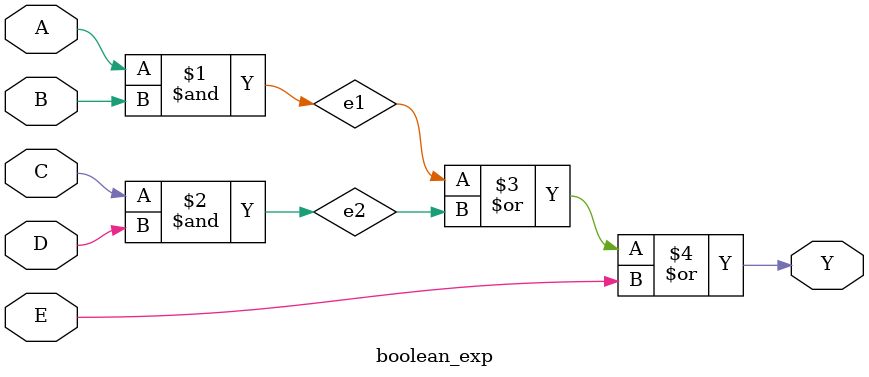
<source format=v>
`timescale 1ns / 1ps
module boolean_exp (
    input A,B,C,D,E,
    output Y
);
wire e1,e2;

and (e1,A,B); //e1=A & B
and (e2,C,D); //e2=C & D
or (Y,e1,e2,E); //Y= e1 | e2 | E
endmodule
</source>
